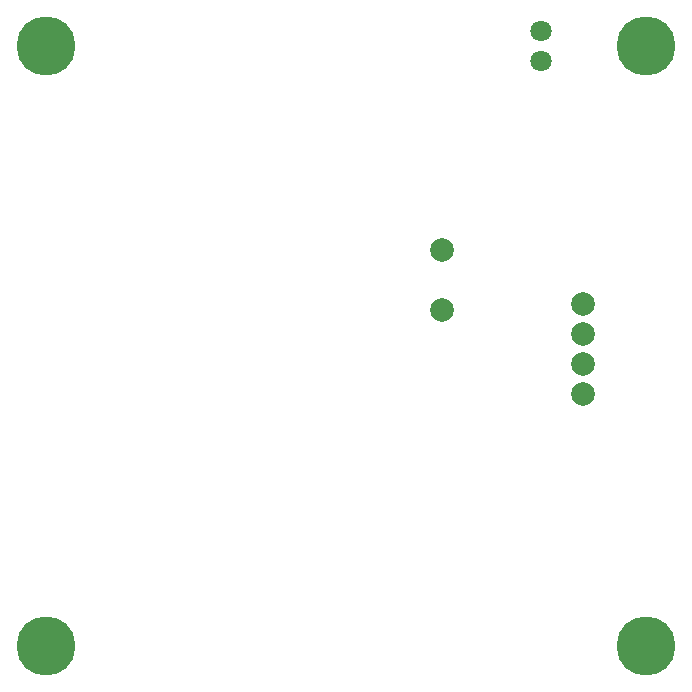
<source format=gbl>
G04 Layer: BottomLayer*
G04 EasyEDA v6.5.34, 2023-08-01 23:33:27*
G04 74fb3d3c296a4d11a7f64f3819e37d63,5a6b42c53f6a479593ecc07194224c93,10*
G04 Gerber Generator version 0.2*
G04 Scale: 100 percent, Rotated: No, Reflected: No *
G04 Dimensions in millimeters *
G04 leading zeros omitted , absolute positions ,4 integer and 5 decimal *
%FSLAX45Y45*%
%MOMM*%

%ADD10C,5.0000*%
%ADD11C,1.8000*%
%ADD12C,2.0000*%

%LPD*%
D10*
G01*
X381000Y5461000D03*
G01*
X5461000Y5461000D03*
G01*
X5461000Y381000D03*
G01*
X381000Y381000D03*
D11*
G01*
X4572000Y5588000D03*
G01*
X4572000Y5334000D03*
D12*
G01*
X4931206Y3274161D03*
G01*
X4931206Y2512161D03*
G01*
X4931206Y2766161D03*
G01*
X4931206Y3020161D03*
G01*
X3733800Y3733800D03*
G01*
X3733800Y3225800D03*
M02*

</source>
